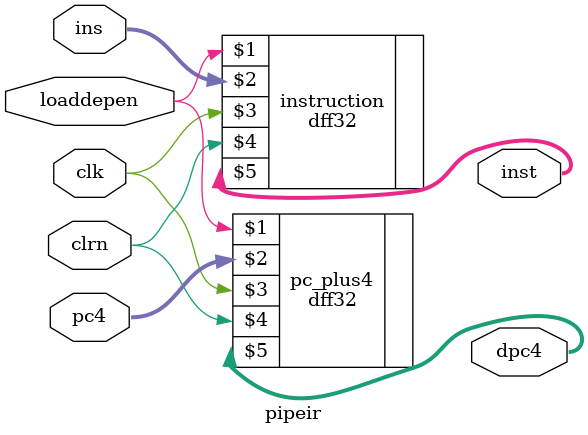
<source format=v>
`timescale 1ns / 1ps
module pipeir(loaddepen,pc4,ins,clk,clrn,dpc4,inst
    );
	 input [31:0] pc4,ins;
	 input clk,clrn;
	 input loaddepen;
	 
	 output [31:0] dpc4,inst;
	 
	 dff32 pc_plus4 (loaddepen,pc4,clk,clrn,dpc4);
	 
	 dff32 instruction (loaddepen,ins,clk,clrn,inst);
endmodule

</source>
